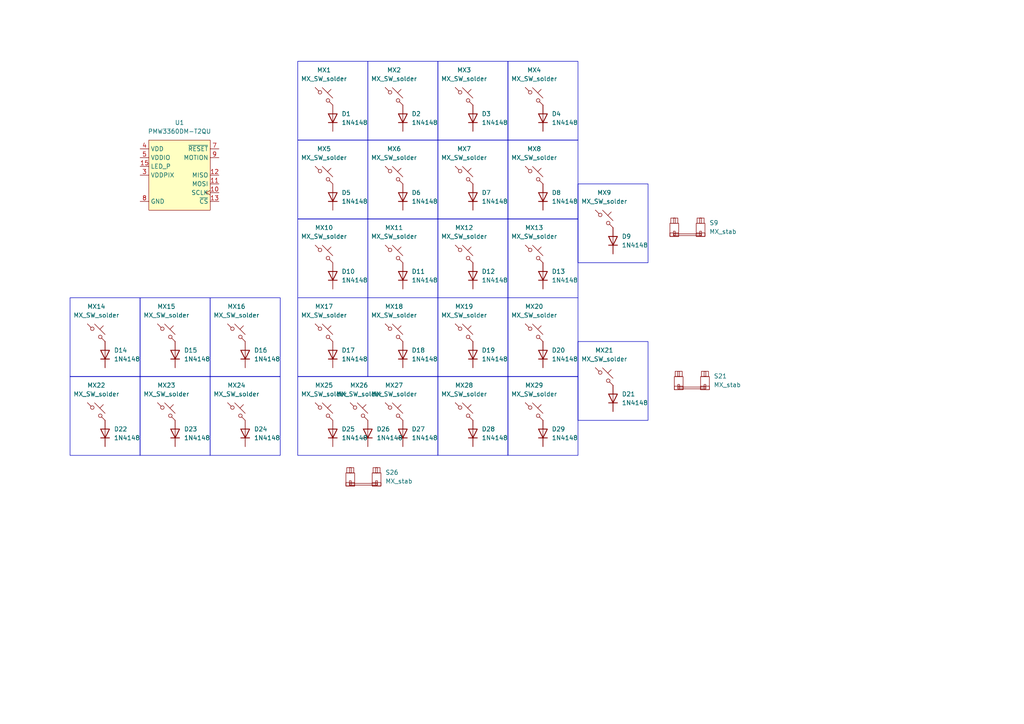
<source format=kicad_sch>
(kicad_sch (version 20250114) (generator "eeschema") (generator_version "9.0")
  (paper "A4")
  (lib_symbols
    (symbol "Device:D" (pin_numbers (hide yes)) (pin_names (offset 1.016) (hide yes))
      (property "Reference" "D" (at 0 2.54 0))
      (property "Value" "D" (at 0 -2.54 0))
      (symbol "D_0_1"
        (polyline (pts (xy -1.27 1.27) (xy -1.27 -1.27)) (stroke (width 0.254)))
        (polyline (pts (xy 1.27 1.27) (xy 1.27 -1.27) (xy -1.27 0) (xy 1.27 1.27)) (stroke (width 0.254)))
        (polyline (pts (xy 1.27 0) (xy -1.27 0)))
      )
      (symbol "D_1_1"
        (pin passive line (at -3.81 0 0) (length 2.54) (name "K") (number "1"))
        (pin passive line (at 3.81 0 180) (length 2.54) (name "A") (number "2"))
      )
    )
    (symbol "My-Fi Symbols:PMW3360DM-T2QU"
      (property "Reference" "U" (at -7.62 -13.97 0))
      (property "Value" "PMW3360DM-T2QU" (at 0 -11.43 0))
      (symbol "PMW3360DM-T2QU_0_1"
        (rectangle (start -8.89 10.16) (end 8.89 -10.16) (fill (type background)))
      )
      (symbol "PMW3360DM-T2QU_1_1"
        (pin power_in line (at -11.43 7.62 0) (length 2.54) (name "VDD") (number "4"))
        (pin power_in line (at -11.43 5.08 0) (length 2.54) (name "VDDIO") (number "5"))
        (pin power_in line (at -11.43 2.54 0) (length 2.54) (name "LED_P") (number "15"))
        (pin power_out line (at -11.43 0 0) (length 2.54) (name "VDDPIX") (number "3"))
        (pin power_in line (at -11.43 -7.62 0) (length 2.54) (name "GND") (number "8"))
        (pin no_connect line (at -2.54 21.59 180) (length 2.54) (hide yes) (name "NC") (number "16"))
        (pin no_connect inverted (at -2.54 19.05 180) (length 2.54) (hide yes) (name "NC") (number "14"))
        (pin no_connect line (at -2.54 16.51 180) (length 2.54) (hide yes) (name "NC") (number "2"))
        (pin no_connect line (at -2.54 13.97 180) (length 2.54) (hide yes) (name "NC") (number "1"))
        (pin no_connect line (at -2.54 11.43 180) (length 2.54) (hide yes) (name "NC") (number "6"))
        (pin input line (at 11.43 7.62 180) (length 2.54) (name "~{RESET}") (number "7"))
        (pin output line (at 11.43 5.08 180) (length 2.54) (name "MOTION") (number "9"))
        (pin output line (at 11.43 0 180) (length 2.54) (name "MISO") (number "12"))
        (pin input line (at 11.43 -2.54 180) (length 2.54) (name "MOSI") (number "11"))
        (pin input clock (at 11.43 -5.08 180) (length 2.54) (name "SCLK") (number "10"))
        (pin input line (at 11.43 -7.62 180) (length 2.54) (name "~{CS}") (number "13"))
      )
    )
    (symbol "PCM_marbastlib-mx:MX_SW_solder" (pin_numbers (hide yes)) (pin_names (offset 1.016) (hide yes))
      (property "Reference" "MX" (at 3.048 1.016 0))
      (property "Value" "MX_SW_solder" (at 0 -3.81 0))
      (symbol "MX_SW_solder_0_1"
        (polyline (pts (xy -2.54 2.54) (xy -1.524 1.524) (xy -1.524 1.524)))
        (circle (center -1.1684 1.1684) (radius 0.508))
        (polyline (pts (xy -0.508 2.54) (xy 2.54 -0.508)))
        (polyline (pts (xy 1.016 1.016) (xy 2.032 2.032)))
        (circle (center 1.143 -1.1938) (radius 0.508))
        (polyline (pts (xy 1.524 -1.524) (xy 2.54 -2.54) (xy 2.54 -2.54) (xy 2.54 -2.54)))
        (pin passive line (at -2.54 2.54 0) (length 0) (name "1") (number "1"))
        (pin passive line (at 2.54 -2.54 180) (length 0) (name "2") (number "2"))
      )
    )
    (symbol "PCM_marbastlib-mx:MX_stab" (pin_names (offset 1.016))
      (property "Reference" "S" (at -5.08 6.35 0))
      (property "Value" "MX_stab" (at -5.08 3.81 0))
      (symbol "MX_stab_0_1"
        (rectangle (start -5.08 1.27) (end -2.54 -2.54))
        (rectangle (start -5.08 -1.524) (end -2.54 -2.54))
        (rectangle (start -4.826 2.794) (end -2.794 1.27))
        (rectangle (start -4.064 1.27) (end -3.556 2.794))
        (rectangle (start -4.064 -1.778) (end 4.064 -2.286))
        (rectangle (start -4.064 -2.286) (end -3.556 -1.016))
        (rectangle (start 2.54 1.27) (end 5.08 -2.54))
        (rectangle (start 2.54 -1.524) (end 5.08 -2.54))
        (rectangle (start 2.794 2.794) (end 4.826 1.27))
        (rectangle (start 3.556 1.27) (end 4.064 2.794))
        (rectangle (start 4.064 -2.286) (end 3.556 -1.016))
      )
    )
  )
  (rectangle (start 106.68 63.5) (end 127 86.36))
  (rectangle (start 147.32 63.5) (end 167.64 86.36))
  (rectangle (start 167.64 99.06) (end 187.96 121.92))
  (rectangle (start 127 40.64) (end 147.32 63.5))
  (rectangle (start 106.68 17.78) (end 127 40.64))
  (rectangle (start 127 63.5) (end 147.32 86.36))
  (rectangle (start 86.36 40.64) (end 106.68 63.5))
  (rectangle (start 40.64 109.22) (end 60.96 132.08))
  (rectangle (start 20.32 86.36) (end 40.64 109.22))
  (rectangle (start 147.32 86.36) (end 167.64 109.22))
  (rectangle (start 86.36 17.78) (end 106.68 40.64))
  (rectangle (start 127 17.78) (end 147.32 40.64))
  (rectangle (start 147.32 109.22) (end 167.64 132.08))
  (rectangle (start 20.32 109.22) (end 40.64 132.08))
  (rectangle (start 106.68 86.36) (end 127 109.22))
  (rectangle (start 106.68 40.64) (end 127 63.5))
  (rectangle (start 147.32 17.78) (end 167.64 40.64))
  (rectangle (start 40.64 86.36) (end 60.96 109.22))
  (rectangle (start 147.32 40.64) (end 167.64 63.5))
  (rectangle (start 167.64 53.34) (end 187.96 76.2))
  (rectangle (start 86.36 63.5) (end 106.68 86.36))
  (rectangle (start 127 109.22) (end 147.32 132.08))
  (rectangle (start 86.36 109.22) (end 127 132.08))
  (rectangle (start 60.96 86.36) (end 81.28 109.22))
  (rectangle (start 127 86.36) (end 147.32 109.22))
  (rectangle (start 86.36 86.36) (end 106.68 109.22))
  (rectangle (start 60.96 109.22) (end 81.28 132.08))
  (symbol (lib_id "PCM_marbastlib-mx:MX_SW_solder") (at 68.58 119.38 0) (unit 1)
    (property "Reference" "MX24" (at 68.58 111.76 0))
    (property "Value" "MX_SW_solder" (at 68.58 114.3 0))
    (property "Footprint" "My-Fi Footprints:SW_MX_1u" (effects (hide yes)))
    (property "Description" "Push button switch, normally open, two pins, 45° tilted" (effects (hide yes)))
  )
  (symbol (lib_id "Device:D") (at 50.8 125.73 90) (unit 1)
    (property "Reference" "D23" (at 53.34 124.4599 90) (effects (justify right)))
    (property "Value" "1N4148" (at 53.34 126.9999 90) (effects (justify right)))
    (property "Footprint" "Diode_SMD:D_SOD-323_HandSoldering" (effects (hide yes)))
    (property "Description" "Diode" (effects (hide yes)))
    (property "Sim.Device" "D" (effects (hide yes)))
    (property "Sim.Pins" "1=K 2=A" (effects (hide yes)))
  )
  (symbol (lib_id "PCM_marbastlib-mx:MX_SW_solder") (at 104.14 119.38 0) (unit 1)
    (property "Reference" "MX26" (at 104.14 111.76 0))
    (property "Value" "MX_SW_solder" (at 104.14 114.3 0))
    (property "Footprint" "My-Fi Footprints:SW_MX_1u" (effects (hide yes)))
    (property "Description" "Push button switch, normally open, two pins, 45° tilted" (effects (hide yes)))
  )
  (symbol (lib_id "Device:D") (at 116.84 34.29 90) (unit 1)
    (property "Reference" "D2" (at 119.38 33.0199 90) (effects (justify right)))
    (property "Value" "1N4148" (at 119.38 35.5599 90) (effects (justify right)))
    (property "Footprint" "Diode_SMD:D_SOD-323_HandSoldering" (effects (hide yes)))
    (property "Description" "Diode" (effects (hide yes)))
    (property "Sim.Device" "D" (effects (hide yes)))
    (property "Sim.Pins" "1=K 2=A" (effects (hide yes)))
  )
  (symbol (lib_id "Device:D") (at 137.16 80.01 90) (unit 1)
    (property "Reference" "D12" (at 139.7 78.7399 90) (effects (justify right)))
    (property "Value" "1N4148" (at 139.7 81.2799 90) (effects (justify right)))
    (property "Footprint" "Diode_SMD:D_SOD-323_HandSoldering" (effects (hide yes)))
    (property "Description" "Diode" (effects (hide yes)))
    (property "Sim.Device" "D" (effects (hide yes)))
    (property "Sim.Pins" "1=K 2=A" (effects (hide yes)))
  )
  (symbol (lib_id "Device:D") (at 157.48 34.29 90) (unit 1)
    (property "Reference" "D4" (at 160.02 33.0199 90) (effects (justify right)))
    (property "Value" "1N4148" (at 160.02 35.5599 90) (effects (justify right)))
    (property "Footprint" "Diode_SMD:D_SOD-323_HandSoldering" (effects (hide yes)))
    (property "Description" "Diode" (effects (hide yes)))
    (property "Sim.Device" "D" (effects (hide yes)))
    (property "Sim.Pins" "1=K 2=A" (effects (hide yes)))
  )
  (symbol (lib_id "Device:D") (at 116.84 80.01 90) (unit 1)
    (property "Reference" "D11" (at 119.38 78.7399 90) (effects (justify right)))
    (property "Value" "1N4148" (at 119.38 81.2799 90) (effects (justify right)))
    (property "Footprint" "Diode_SMD:D_SOD-323_HandSoldering" (effects (hide yes)))
    (property "Description" "Diode" (effects (hide yes)))
    (property "Sim.Device" "D" (effects (hide yes)))
    (property "Sim.Pins" "1=K 2=A" (effects (hide yes)))
  )
  (symbol (lib_id "PCM_marbastlib-mx:MX_SW_solder") (at 154.94 27.94 0) (unit 1)
    (property "Reference" "MX4" (at 154.94 20.32 0))
    (property "Value" "MX_SW_solder" (at 154.94 22.86 0))
    (property "Footprint" "My-Fi Footprints:SW_MX_1u" (effects (hide yes)))
    (property "Description" "Push button switch, normally open, two pins, 45° tilted" (effects (hide yes)))
  )
  (symbol (lib_id "Device:D") (at 30.48 125.73 90) (unit 1)
    (property "Reference" "D22" (at 33.02 124.4599 90) (effects (justify right)))
    (property "Value" "1N4148" (at 33.02 126.9999 90) (effects (justify right)))
    (property "Footprint" "Diode_SMD:D_SOD-323_HandSoldering" (effects (hide yes)))
    (property "Description" "Diode" (effects (hide yes)))
    (property "Sim.Device" "D" (effects (hide yes)))
    (property "Sim.Pins" "1=K 2=A" (effects (hide yes)))
  )
  (symbol (lib_id "Device:D") (at 96.52 57.15 90) (unit 1)
    (property "Reference" "D5" (at 99.06 55.8799 90) (effects (justify right)))
    (property "Value" "1N4148" (at 99.06 58.4199 90) (effects (justify right)))
    (property "Footprint" "Diode_SMD:D_SOD-323_HandSoldering" (effects (hide yes)))
    (property "Description" "Diode" (effects (hide yes)))
    (property "Sim.Device" "D" (effects (hide yes)))
    (property "Sim.Pins" "1=K 2=A" (effects (hide yes)))
  )
  (symbol (lib_id "PCM_marbastlib-mx:MX_SW_solder") (at 114.3 119.38 0) (unit 1)
    (property "Reference" "MX27" (at 114.3 111.76 0))
    (property "Value" "MX_SW_solder" (at 114.3 114.3 0))
    (property "Footprint" "My-Fi Footprints:SW_MX_1u" (effects (hide yes)))
    (property "Description" "Push button switch, normally open, two pins, 45° tilted" (effects (hide yes)))
  )
  (symbol (lib_id "PCM_marbastlib-mx:MX_stab") (at 199.39 66.04 0) (unit 1)
    (property "Reference" "S9" (at 205.74 64.6429 0) (effects (justify left)))
    (property "Value" "MX_stab" (at 205.74 67.1829 0) (effects (justify left)))
    (property "Footprint" "My-Fi Footprints:STAB_MX_2u" (effects (hide yes)))
    (property "Description" "Cherry MX-style stabilizer" (effects (hide yes)))
  )
  (symbol (lib_id "PCM_marbastlib-mx:MX_SW_solder") (at 93.98 119.38 0) (unit 1)
    (property "Reference" "MX25" (at 93.98 111.76 0))
    (property "Value" "MX_SW_solder" (at 93.98 114.3 0))
    (property "Footprint" "My-Fi Footprints:SW_MX_1u" (effects (hide yes)))
    (property "Description" "Push button switch, normally open, two pins, 45° tilted" (effects (hide yes)))
  )
  (symbol (lib_id "PCM_marbastlib-mx:MX_SW_solder") (at 93.98 50.8 0) (unit 1)
    (property "Reference" "MX5" (at 93.98 43.18 0))
    (property "Value" "MX_SW_solder" (at 93.98 45.72 0))
    (property "Footprint" "My-Fi Footprints:SW_MX_1u" (effects (hide yes)))
    (property "Description" "Push button switch, normally open, two pins, 45° tilted" (effects (hide yes)))
  )
  (symbol (lib_id "Device:D") (at 137.16 34.29 90) (unit 1)
    (property "Reference" "D3" (at 139.7 33.0199 90) (effects (justify right)))
    (property "Value" "1N4148" (at 139.7 35.5599 90) (effects (justify right)))
    (property "Footprint" "Diode_SMD:D_SOD-323_HandSoldering" (effects (hide yes)))
    (property "Description" "Diode" (effects (hide yes)))
    (property "Sim.Device" "D" (effects (hide yes)))
    (property "Sim.Pins" "1=K 2=A" (effects (hide yes)))
  )
  (symbol (lib_id "Device:D") (at 157.48 125.73 90) (unit 1)
    (property "Reference" "D29" (at 160.02 124.4599 90) (effects (justify right)))
    (property "Value" "1N4148" (at 160.02 126.9999 90) (effects (justify right)))
    (property "Footprint" "Diode_SMD:D_SOD-323_HandSoldering" (effects (hide yes)))
    (property "Description" "Diode" (effects (hide yes)))
    (property "Sim.Device" "D" (effects (hide yes)))
    (property "Sim.Pins" "1=K 2=A" (effects (hide yes)))
  )
  (symbol (lib_id "PCM_marbastlib-mx:MX_SW_solder") (at 93.98 73.66 0) (unit 1)
    (property "Reference" "MX10" (at 93.98 66.04 0))
    (property "Value" "MX_SW_solder" (at 93.98 68.58 0))
    (property "Footprint" "My-Fi Footprints:SW_MX_1u" (effects (hide yes)))
    (property "Description" "Push button switch, normally open, two pins, 45° tilted" (effects (hide yes)))
  )
  (symbol (lib_id "Device:D") (at 157.48 57.15 90) (unit 1)
    (property "Reference" "D8" (at 160.02 55.8799 90) (effects (justify right)))
    (property "Value" "1N4148" (at 160.02 58.4199 90) (effects (justify right)))
    (property "Footprint" "Diode_SMD:D_SOD-323_HandSoldering" (effects (hide yes)))
    (property "Description" "Diode" (effects (hide yes)))
    (property "Sim.Device" "D" (effects (hide yes)))
    (property "Sim.Pins" "1=K 2=A" (effects (hide yes)))
  )
  (symbol (lib_id "Device:D") (at 137.16 57.15 90) (unit 1)
    (property "Reference" "D7" (at 139.7 55.8799 90) (effects (justify right)))
    (property "Value" "1N4148" (at 139.7 58.4199 90) (effects (justify right)))
    (property "Footprint" "Diode_SMD:D_SOD-323_HandSoldering" (effects (hide yes)))
    (property "Description" "Diode" (effects (hide yes)))
    (property "Sim.Device" "D" (effects (hide yes)))
    (property "Sim.Pins" "1=K 2=A" (effects (hide yes)))
  )
  (symbol (lib_id "PCM_marbastlib-mx:MX_SW_solder") (at 134.62 27.94 0) (unit 1)
    (property "Reference" "MX3" (at 134.62 20.32 0))
    (property "Value" "MX_SW_solder" (at 134.62 22.86 0))
    (property "Footprint" "My-Fi Footprints:SW_MX_1u" (effects (hide yes)))
    (property "Description" "Push button switch, normally open, two pins, 45° tilted" (effects (hide yes)))
  )
  (symbol (lib_id "PCM_marbastlib-mx:MX_SW_solder") (at 93.98 27.94 0) (unit 1)
    (property "Reference" "MX1" (at 93.98 20.32 0))
    (property "Value" "MX_SW_solder" (at 93.98 22.86 0))
    (property "Footprint" "My-Fi Footprints:SW_MX_1u" (effects (hide yes)))
    (property "Description" "Push button switch, normally open, two pins, 45° tilted" (effects (hide yes)))
  )
  (symbol (lib_id "PCM_marbastlib-mx:MX_SW_solder") (at 27.94 96.52 0) (unit 1)
    (property "Reference" "MX14" (at 27.94 88.9 0))
    (property "Value" "MX_SW_solder" (at 27.94 91.44 0))
    (property "Footprint" "My-Fi Footprints:SW_MX_1u" (effects (hide yes)))
    (property "Description" "Push button switch, normally open, two pins, 45° tilted" (effects (hide yes)))
  )
  (symbol (lib_id "PCM_marbastlib-mx:MX_stab") (at 200.66 110.49 0) (unit 1)
    (property "Reference" "S21" (at 207.01 109.0929 0) (effects (justify left)))
    (property "Value" "MX_stab" (at 207.01 111.6329 0) (effects (justify left)))
    (property "Footprint" "My-Fi Footprints:STAB_MX_2u" (effects (hide yes)))
    (property "Description" "Cherry MX-style stabilizer" (effects (hide yes)))
  )
  (symbol (lib_id "Device:D") (at 30.48 102.87 90) (unit 1)
    (property "Reference" "D14" (at 33.02 101.5999 90) (effects (justify right)))
    (property "Value" "1N4148" (at 33.02 104.1399 90) (effects (justify right)))
    (property "Footprint" "Diode_SMD:D_SOD-323_HandSoldering" (effects (hide yes)))
    (property "Description" "Diode" (effects (hide yes)))
    (property "Sim.Device" "D" (effects (hide yes)))
    (property "Sim.Pins" "1=K 2=A" (effects (hide yes)))
  )
  (symbol (lib_id "Device:D") (at 71.12 125.73 90) (unit 1)
    (property "Reference" "D24" (at 73.66 124.4599 90) (effects (justify right)))
    (property "Value" "1N4148" (at 73.66 126.9999 90) (effects (justify right)))
    (property "Footprint" "Diode_SMD:D_SOD-323_HandSoldering" (effects (hide yes)))
    (property "Description" "Diode" (effects (hide yes)))
    (property "Sim.Device" "D" (effects (hide yes)))
    (property "Sim.Pins" "1=K 2=A" (effects (hide yes)))
  )
  (symbol (lib_id "Device:D") (at 96.52 80.01 90) (unit 1)
    (property "Reference" "D10" (at 99.06 78.7399 90) (effects (justify right)))
    (property "Value" "1N4148" (at 99.06 81.2799 90) (effects (justify right)))
    (property "Footprint" "Diode_SMD:D_SOD-323_HandSoldering" (effects (hide yes)))
    (property "Description" "Diode" (effects (hide yes)))
    (property "Sim.Device" "D" (effects (hide yes)))
    (property "Sim.Pins" "1=K 2=A" (effects (hide yes)))
  )
  (symbol (lib_id "PCM_marbastlib-mx:MX_SW_solder") (at 27.94 119.38 0) (unit 1)
    (property "Reference" "MX22" (at 27.94 111.76 0))
    (property "Value" "MX_SW_solder" (at 27.94 114.3 0))
    (property "Footprint" "My-Fi Footprints:SW_MX_1u" (effects (hide yes)))
    (property "Description" "Push button switch, normally open, two pins, 45° tilted" (effects (hide yes)))
  )
  (symbol (lib_id "PCM_marbastlib-mx:MX_SW_solder") (at 175.26 63.5 0) (unit 1)
    (property "Reference" "MX9" (at 175.26 55.88 0))
    (property "Value" "MX_SW_solder" (at 175.26 58.42 0))
    (property "Footprint" "My-Fi Footprints:SW_MX_1u" (effects (hide yes)))
    (property "Description" "Push button switch, normally open, two pins, 45° tilted" (effects (hide yes)))
  )
  (symbol (lib_id "Device:D") (at 116.84 57.15 90) (unit 1)
    (property "Reference" "D6" (at 119.38 55.8799 90) (effects (justify right)))
    (property "Value" "1N4148" (at 119.38 58.4199 90) (effects (justify right)))
    (property "Footprint" "Diode_SMD:D_SOD-323_HandSoldering" (effects (hide yes)))
    (property "Description" "Diode" (effects (hide yes)))
    (property "Sim.Device" "D" (effects (hide yes)))
    (property "Sim.Pins" "1=K 2=A" (effects (hide yes)))
  )
  (symbol (lib_id "Device:D") (at 106.68 125.73 90) (unit 1)
    (property "Reference" "D26" (at 109.22 124.4599 90) (effects (justify right)))
    (property "Value" "1N4148" (at 109.22 126.9999 90) (effects (justify right)))
    (property "Footprint" "Diode_SMD:D_SOD-323_HandSoldering" (effects (hide yes)))
    (property "Description" "Diode" (effects (hide yes)))
    (property "Sim.Device" "D" (effects (hide yes)))
    (property "Sim.Pins" "1=K 2=A" (effects (hide yes)))
  )
  (symbol (lib_id "Device:D") (at 177.8 115.57 90) (unit 1)
    (property "Reference" "D21" (at 180.34 114.2999 90) (effects (justify right)))
    (property "Value" "1N4148" (at 180.34 116.8399 90) (effects (justify right)))
    (property "Footprint" "Diode_SMD:D_SOD-323_HandSoldering" (effects (hide yes)))
    (property "Description" "Diode" (effects (hide yes)))
    (property "Sim.Device" "D" (effects (hide yes)))
    (property "Sim.Pins" "1=K 2=A" (effects (hide yes)))
  )
  (symbol (lib_id "Device:D") (at 116.84 125.73 90) (unit 1)
    (property "Reference" "D27" (at 119.38 124.4599 90) (effects (justify right)))
    (property "Value" "1N4148" (at 119.38 126.9999 90) (effects (justify right)))
    (property "Footprint" "Diode_SMD:D_SOD-323_HandSoldering" (effects (hide yes)))
    (property "Description" "Diode" (effects (hide yes)))
    (property "Sim.Device" "D" (effects (hide yes)))
    (property "Sim.Pins" "1=K 2=A" (effects (hide yes)))
  )
  (symbol (lib_id "PCM_marbastlib-mx:MX_SW_solder") (at 114.3 27.94 0) (unit 1)
    (property "Reference" "MX2" (at 114.3 20.32 0))
    (property "Value" "MX_SW_solder" (at 114.3 22.86 0))
    (property "Footprint" "My-Fi Footprints:SW_MX_1u" (effects (hide yes)))
    (property "Description" "Push button switch, normally open, two pins, 45° tilted" (effects (hide yes)))
  )
  (symbol (lib_id "PCM_marbastlib-mx:MX_SW_solder") (at 48.26 119.38 0) (unit 1)
    (property "Reference" "MX23" (at 48.26 111.76 0))
    (property "Value" "MX_SW_solder" (at 48.26 114.3 0))
    (property "Footprint" "My-Fi Footprints:SW_MX_1u" (effects (hide yes)))
    (property "Description" "Push button switch, normally open, two pins, 45° tilted" (effects (hide yes)))
  )
  (symbol (lib_id "Device:D") (at 96.52 125.73 90) (unit 1)
    (property "Reference" "D25" (at 99.06 124.4599 90) (effects (justify right)))
    (property "Value" "1N4148" (at 99.06 126.9999 90) (effects (justify right)))
    (property "Footprint" "Diode_SMD:D_SOD-323_HandSoldering" (effects (hide yes)))
    (property "Description" "Diode" (effects (hide yes)))
    (property "Sim.Device" "D" (effects (hide yes)))
    (property "Sim.Pins" "1=K 2=A" (effects (hide yes)))
  )
  (symbol (lib_id "PCM_marbastlib-mx:MX_stab") (at 105.41 138.43 0) (unit 1)
    (property "Reference" "S26" (at 111.76 137.0329 0) (effects (justify left)))
    (property "Value" "MX_stab" (at 111.76 139.5729 0) (effects (justify left)))
    (property "Footprint" "My-Fi Footprints:STAB_MX_2u" (effects (hide yes)))
    (property "Description" "Cherry MX-style stabilizer" (effects (hide yes)))
  )
  (symbol (lib_id "PCM_marbastlib-mx:MX_SW_solder") (at 134.62 96.52 0) (unit 1)
    (property "Reference" "MX19" (at 134.62 88.9 0))
    (property "Value" "MX_SW_solder" (at 134.62 91.44 0))
    (property "Footprint" "My-Fi Footprints:SW_MX_1u" (effects (hide yes)))
    (property "Description" "Push button switch, normally open, two pins, 45° tilted" (effects (hide yes)))
  )
  (symbol (lib_id "Device:D") (at 137.16 102.87 90) (unit 1)
    (property "Reference" "D19" (at 139.7 101.5999 90) (effects (justify right)))
    (property "Value" "1N4148" (at 139.7 104.1399 90) (effects (justify right)))
    (property "Footprint" "Diode_SMD:D_SOD-323_HandSoldering" (effects (hide yes)))
    (property "Description" "Diode" (effects (hide yes)))
    (property "Sim.Device" "D" (effects (hide yes)))
    (property "Sim.Pins" "1=K 2=A" (effects (hide yes)))
  )
  (symbol (lib_id "PCM_marbastlib-mx:MX_SW_solder") (at 134.62 73.66 0) (unit 1)
    (property "Reference" "MX12" (at 134.62 66.04 0))
    (property "Value" "MX_SW_solder" (at 134.62 68.58 0))
    (property "Footprint" "My-Fi Footprints:SW_MX_1u" (effects (hide yes)))
    (property "Description" "Push button switch, normally open, two pins, 45° tilted" (effects (hide yes)))
  )
  (symbol (lib_id "Device:D") (at 157.48 80.01 90) (unit 1)
    (property "Reference" "D13" (at 160.02 78.7399 90) (effects (justify right)))
    (property "Value" "1N4148" (at 160.02 81.2799 90) (effects (justify right)))
    (property "Footprint" "Diode_SMD:D_SOD-323_HandSoldering" (effects (hide yes)))
    (property "Description" "Diode" (effects (hide yes)))
    (property "Sim.Device" "D" (effects (hide yes)))
    (property "Sim.Pins" "1=K 2=A" (effects (hide yes)))
  )
  (symbol (lib_id "Device:D") (at 50.8 102.87 90) (unit 1)
    (property "Reference" "D15" (at 53.34 101.5999 90) (effects (justify right)))
    (property "Value" "1N4148" (at 53.34 104.1399 90) (effects (justify right)))
    (property "Footprint" "Diode_SMD:D_SOD-323_HandSoldering" (effects (hide yes)))
    (property "Description" "Diode" (effects (hide yes)))
    (property "Sim.Device" "D" (effects (hide yes)))
    (property "Sim.Pins" "1=K 2=A" (effects (hide yes)))
  )
  (symbol (lib_id "PCM_marbastlib-mx:MX_SW_solder") (at 154.94 96.52 0) (unit 1)
    (property "Reference" "MX20" (at 154.94 88.9 0))
    (property "Value" "MX_SW_solder" (at 154.94 91.44 0))
    (property "Footprint" "My-Fi Footprints:SW_MX_1u" (effects (hide yes)))
    (property "Description" "Push button switch, normally open, two pins, 45° tilted" (effects (hide yes)))
  )
  (symbol (lib_id "PCM_marbastlib-mx:MX_SW_solder") (at 114.3 73.66 0) (unit 1)
    (property "Reference" "MX11" (at 114.3 66.04 0))
    (property "Value" "MX_SW_solder" (at 114.3 68.58 0))
    (property "Footprint" "My-Fi Footprints:SW_MX_1u" (effects (hide yes)))
    (property "Description" "Push button switch, normally open, two pins, 45° tilted" (effects (hide yes)))
  )
  (symbol (lib_id "PCM_marbastlib-mx:MX_SW_solder") (at 68.58 96.52 0) (unit 1)
    (property "Reference" "MX16" (at 68.58 88.9 0))
    (property "Value" "MX_SW_solder" (at 68.58 91.44 0))
    (property "Footprint" "My-Fi Footprints:SW_MX_1u" (effects (hide yes)))
    (property "Description" "Push button switch, normally open, two pins, 45° tilted" (effects (hide yes)))
  )
  (symbol (lib_id "PCM_marbastlib-mx:MX_SW_solder") (at 175.26 109.22 0) (unit 1)
    (property "Reference" "MX21" (at 175.26 101.6 0))
    (property "Value" "MX_SW_solder" (at 175.26 104.14 0))
    (property "Footprint" "My-Fi Footprints:SW_MX_1u" (effects (hide yes)))
    (property "Description" "Push button switch, normally open, two pins, 45° tilted" (effects (hide yes)))
  )
  (symbol (lib_id "Device:D") (at 96.52 34.29 90) (unit 1)
    (property "Reference" "D1" (at 99.06 33.0199 90) (effects (justify right)))
    (property "Value" "1N4148" (at 99.06 35.5599 90) (effects (justify right)))
    (property "Footprint" "Diode_SMD:D_SOD-323_HandSoldering" (effects (hide yes)))
    (property "Description" "Diode" (effects (hide yes)))
    (property "Sim.Device" "D" (effects (hide yes)))
    (property "Sim.Pins" "1=K 2=A" (effects (hide yes)))
  )
  (symbol (lib_id "PCM_marbastlib-mx:MX_SW_solder") (at 134.62 119.38 0) (unit 1)
    (property "Reference" "MX28" (at 134.62 111.76 0))
    (property "Value" "MX_SW_solder" (at 134.62 114.3 0))
    (property "Footprint" "My-Fi Footprints:SW_MX_1u" (effects (hide yes)))
    (property "Description" "Push button switch, normally open, two pins, 45° tilted" (effects (hide yes)))
  )
  (symbol (lib_id "PCM_marbastlib-mx:MX_SW_solder") (at 93.98 96.52 0) (unit 1)
    (property "Reference" "MX17" (at 93.98 88.9 0))
    (property "Value" "MX_SW_solder" (at 93.98 91.44 0))
    (property "Footprint" "My-Fi Footprints:SW_MX_1u" (effects (hide yes)))
    (property "Description" "Push button switch, normally open, two pins, 45° tilted" (effects (hide yes)))
  )
  (symbol (lib_id "PCM_marbastlib-mx:MX_SW_solder") (at 154.94 50.8 0) (unit 1)
    (property "Reference" "MX8" (at 154.94 43.18 0))
    (property "Value" "MX_SW_solder" (at 154.94 45.72 0))
    (property "Footprint" "My-Fi Footprints:SW_MX_1u" (effects (hide yes)))
    (property "Description" "Push button switch, normally open, two pins, 45° tilted" (effects (hide yes)))
  )
  (symbol (lib_id "My-Fi Symbols:PMW3360DM-T2QU") (at 52.07 50.8 0) (unit 1)
    (property "Reference" "U1" (at 52.07 35.56 0))
    (property "Value" "PMW3360DM-T2QU" (at 52.07 38.1 0))
    (property "Footprint" "My-Fi Footprints:TrackballHolder_34mm" (effects (hide yes)))
    (property "Datasheet" "https://www.pixart.com/products-detail/tw/10/PMW3360DM-T2QU" (effects (hide yes)))
    (property "Description" "Optical mouse sensor" (effects (hide yes)))
  )
  (symbol (lib_id "Device:D") (at 157.48 102.87 90) (unit 1)
    (property "Reference" "D20" (at 160.02 101.5999 90) (effects (justify right)))
    (property "Value" "1N4148" (at 160.02 104.1399 90) (effects (justify right)))
    (property "Footprint" "Diode_SMD:D_SOD-323_HandSoldering" (effects (hide yes)))
    (property "Description" "Diode" (effects (hide yes)))
    (property "Sim.Device" "D" (effects (hide yes)))
    (property "Sim.Pins" "1=K 2=A" (effects (hide yes)))
  )
  (symbol (lib_id "Device:D") (at 137.16 125.73 90) (unit 1)
    (property "Reference" "D28" (at 139.7 124.4599 90) (effects (justify right)))
    (property "Value" "1N4148" (at 139.7 126.9999 90) (effects (justify right)))
    (property "Footprint" "Diode_SMD:D_SOD-323_HandSoldering" (effects (hide yes)))
    (property "Description" "Diode" (effects (hide yes)))
    (property "Sim.Device" "D" (effects (hide yes)))
    (property "Sim.Pins" "1=K 2=A" (effects (hide yes)))
  )
  (symbol (lib_id "PCM_marbastlib-mx:MX_SW_solder") (at 114.3 96.52 0) (unit 1)
    (property "Reference" "MX18" (at 114.3 88.9 0))
    (property "Value" "MX_SW_solder" (at 114.3 91.44 0))
    (property "Footprint" "My-Fi Footprints:SW_MX_1u" (effects (hide yes)))
    (property "Description" "Push button switch, normally open, two pins, 45° tilted" (effects (hide yes)))
  )
  (symbol (lib_id "Device:D") (at 71.12 102.87 90) (unit 1)
    (property "Reference" "D16" (at 73.66 101.5999 90) (effects (justify right)))
    (property "Value" "1N4148" (at 73.66 104.1399 90) (effects (justify right)))
    (property "Footprint" "Diode_SMD:D_SOD-323_HandSoldering" (effects (hide yes)))
    (property "Description" "Diode" (effects (hide yes)))
    (property "Sim.Device" "D" (effects (hide yes)))
    (property "Sim.Pins" "1=K 2=A" (effects (hide yes)))
  )
  (symbol (lib_id "Device:D") (at 177.8 69.85 90) (unit 1)
    (property "Reference" "D9" (at 180.34 68.5799 90) (effects (justify right)))
    (property "Value" "1N4148" (at 180.34 71.1199 90) (effects (justify right)))
    (property "Footprint" "Diode_SMD:D_SOD-323_HandSoldering" (effects (hide yes)))
    (property "Description" "Diode" (effects (hide yes)))
    (property "Sim.Device" "D" (effects (hide yes)))
    (property "Sim.Pins" "1=K 2=A" (effects (hide yes)))
  )
  (symbol (lib_id "Device:D") (at 116.84 102.87 90) (unit 1)
    (property "Reference" "D18" (at 119.38 101.5999 90) (effects (justify right)))
    (property "Value" "1N4148" (at 119.38 104.1399 90) (effects (justify right)))
    (property "Footprint" "Diode_SMD:D_SOD-323_HandSoldering" (effects (hide yes)))
    (property "Description" "Diode" (effects (hide yes)))
    (property "Sim.Device" "D" (effects (hide yes)))
    (property "Sim.Pins" "1=K 2=A" (effects (hide yes)))
  )
  (symbol (lib_id "PCM_marbastlib-mx:MX_SW_solder") (at 134.62 50.8 0) (unit 1)
    (property "Reference" "MX7" (at 134.62 43.18 0))
    (property "Value" "MX_SW_solder" (at 134.62 45.72 0))
    (property "Footprint" "My-Fi Footprints:SW_MX_1u" (effects (hide yes)))
    (property "Description" "Push button switch, normally open, two pins, 45° tilted" (effects (hide yes)))
  )
  (symbol (lib_id "Device:D") (at 96.52 102.87 90) (unit 1)
    (property "Reference" "D17" (at 99.06 101.5999 90) (effects (justify right)))
    (property "Value" "1N4148" (at 99.06 104.1399 90) (effects (justify right)))
    (property "Footprint" "Diode_SMD:D_SOD-323_HandSoldering" (effects (hide yes)))
    (property "Description" "Diode" (effects (hide yes)))
    (property "Sim.Device" "D" (effects (hide yes)))
    (property "Sim.Pins" "1=K 2=A" (effects (hide yes)))
  )
  (symbol (lib_id "PCM_marbastlib-mx:MX_SW_solder") (at 114.3 50.8 0) (unit 1)
    (property "Reference" "MX6" (at 114.3 43.18 0))
    (property "Value" "MX_SW_solder" (at 114.3 45.72 0))
    (property "Footprint" "My-Fi Footprints:SW_MX_1u" (effects (hide yes)))
    (property "Description" "Push button switch, normally open, two pins, 45° tilted" (effects (hide yes)))
  )
  (symbol (lib_id "PCM_marbastlib-mx:MX_SW_solder") (at 154.94 73.66 0) (unit 1)
    (property "Reference" "MX13" (at 154.94 66.04 0))
    (property "Value" "MX_SW_solder" (at 154.94 68.58 0))
    (property "Footprint" "My-Fi Footprints:SW_MX_1u" (effects (hide yes)))
    (property "Description" "Push button switch, normally open, two pins, 45° tilted" (effects (hide yes)))
  )
  (symbol (lib_id "PCM_marbastlib-mx:MX_SW_solder") (at 48.26 96.52 0) (unit 1)
    (property "Reference" "MX15" (at 48.26 88.9 0))
    (property "Value" "MX_SW_solder" (at 48.26 91.44 0))
    (property "Footprint" "My-Fi Footprints:SW_MX_1u" (effects (hide yes)))
    (property "Description" "Push button switch, normally open, two pins, 45° tilted" (effects (hide yes)))
  )
  (symbol (lib_id "PCM_marbastlib-mx:MX_SW_solder") (at 154.94 119.38 0) (unit 1)
    (property "Reference" "MX29" (at 154.94 111.76 0))
    (property "Value" "MX_SW_solder" (at 154.94 114.3 0))
    (property "Footprint" "My-Fi Footprints:SW_MX_1u" (effects (hide yes)))
    (property "Description" "Push button switch, normally open, two pins, 45° tilted" (effects (hide yes)))
  )
)
</source>
